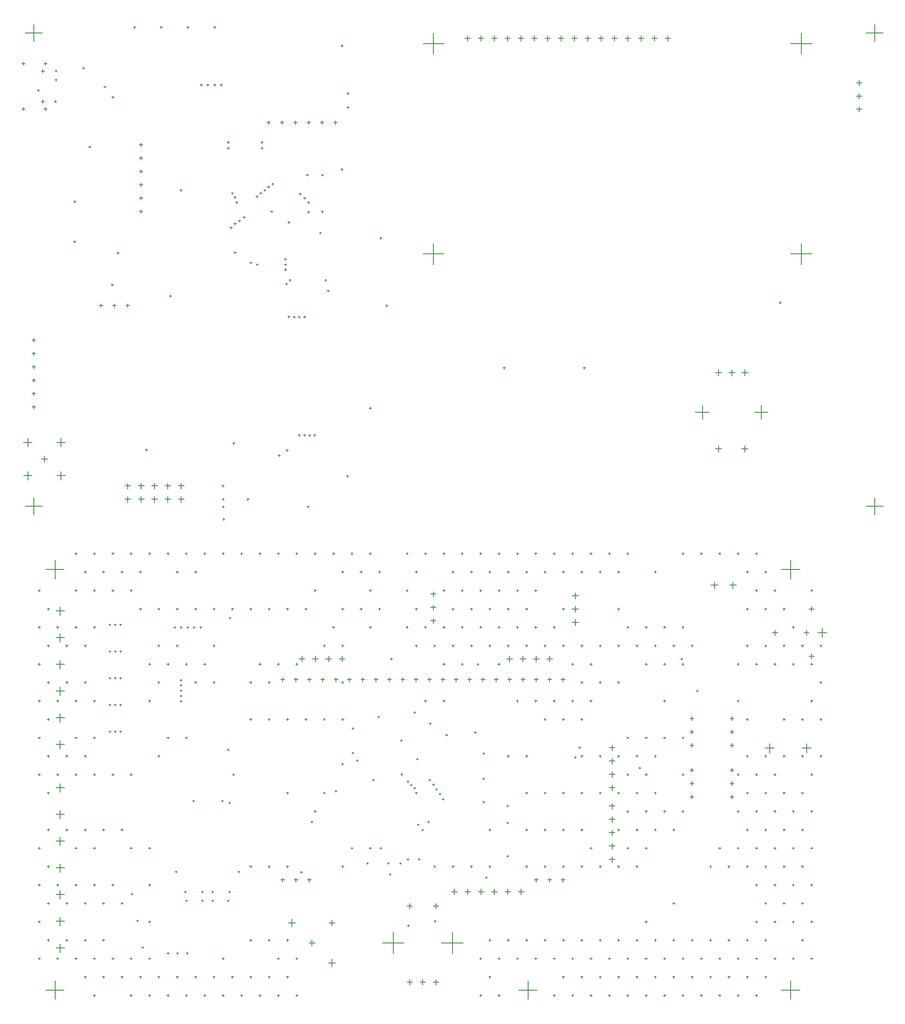
<source format=gbr>
%TF.GenerationSoftware,Altium Limited,Altium Designer,22.11.1 (43)*%
G04 Layer_Color=128*
%FSLAX43Y43*%
%MOMM*%
%TF.SameCoordinates,25A6F12C-B93B-4C7C-9F5B-633324915364*%
%TF.FilePolarity,Positive*%
%TF.FileFunction,Drillmap*%
%TF.Part,CustomerPanel*%
G01*
G75*
%TA.AperFunction,NonConductor*%
%ADD115C,0.127*%
D115*
X24430Y142180D02*
X25130D01*
X24780Y141830D02*
Y142530D01*
X26970Y142180D02*
X27670D01*
X27320Y141830D02*
Y142530D01*
X29510Y142180D02*
X30210D01*
X29860Y141830D02*
Y142530D01*
X94020Y193000D02*
X95020D01*
X94520Y192500D02*
Y193500D01*
X96560Y193000D02*
X97560D01*
X97060Y192500D02*
Y193500D01*
X99100Y193000D02*
X100100D01*
X99600Y192500D02*
Y193500D01*
X101640Y193000D02*
X102640D01*
X102140Y192500D02*
Y193500D01*
X104180Y193000D02*
X105180D01*
X104680Y192500D02*
Y193500D01*
X106720Y193000D02*
X107720D01*
X107220Y192500D02*
Y193500D01*
X109260Y193000D02*
X110260D01*
X109760Y192500D02*
Y193500D01*
X111800Y193000D02*
X112800D01*
X112300Y192500D02*
Y193500D01*
X114340Y193000D02*
X115340D01*
X114840Y192500D02*
Y193500D01*
X116880Y193000D02*
X117880D01*
X117380Y192500D02*
Y193500D01*
X119420Y193000D02*
X120420D01*
X119920Y192500D02*
Y193500D01*
X121960Y193000D02*
X122960D01*
X122460Y192500D02*
Y193500D01*
X124500Y193000D02*
X125500D01*
X125000Y192500D02*
Y193500D01*
X127040Y193000D02*
X128040D01*
X127540Y192500D02*
Y193500D01*
X129580Y193000D02*
X130580D01*
X130080Y192500D02*
Y193500D01*
X132120Y193000D02*
X133120D01*
X132620Y192500D02*
Y193500D01*
X86020Y192000D02*
X90020D01*
X88020Y190000D02*
Y194000D01*
X86020Y152000D02*
X90020D01*
X88020Y150000D02*
Y154000D01*
X156020Y152000D02*
X160020D01*
X158020Y150000D02*
Y154000D01*
X156020Y192000D02*
X160020D01*
X158020Y190000D02*
Y194000D01*
X39470Y107890D02*
X40570D01*
X40020Y107340D02*
Y108440D01*
X39470Y105350D02*
X40570D01*
X40020Y104800D02*
Y105900D01*
X36930Y107890D02*
X38030D01*
X37480Y107340D02*
Y108440D01*
X36930Y105350D02*
X38030D01*
X37480Y104800D02*
Y105900D01*
X34390Y105350D02*
X35490D01*
X34940Y104800D02*
Y105900D01*
X34390Y107890D02*
X35490D01*
X34940Y107340D02*
Y108440D01*
X31850Y105350D02*
X32950D01*
X32400Y104800D02*
Y105900D01*
X31850Y107890D02*
X32950D01*
X32400Y107340D02*
Y108440D01*
X29310Y105350D02*
X30410D01*
X29860Y104800D02*
Y105900D01*
X29310Y107890D02*
X30410D01*
X29860Y107340D02*
Y108440D01*
X13380Y186755D02*
X13980D01*
X13680Y186455D02*
Y187055D01*
X13380Y180975D02*
X13980D01*
X13680Y180675D02*
Y181275D01*
X149090Y121920D02*
X151690D01*
X150390Y120620D02*
Y123220D01*
X137890Y121920D02*
X140490D01*
X139190Y120620D02*
Y123220D01*
X146690Y114920D02*
X147890D01*
X147290Y114320D02*
Y115520D01*
X141690Y114920D02*
X142890D01*
X142290Y114320D02*
Y115520D01*
X146690Y129420D02*
X147890D01*
X147290Y128820D02*
Y130020D01*
X144190Y129420D02*
X145390D01*
X144790Y128820D02*
Y130020D01*
X141690Y129420D02*
X142890D01*
X142290Y128820D02*
Y130020D01*
X168500Y184500D02*
X169500D01*
X169000Y184000D02*
Y185000D01*
X168500Y182000D02*
X169500D01*
X169000Y181500D02*
Y182500D01*
X168500Y179500D02*
X169500D01*
X169000Y179000D02*
Y180000D01*
X11650Y135620D02*
X12350D01*
X12000Y135270D02*
Y135970D01*
X11650Y133080D02*
X12350D01*
X12000Y132730D02*
Y133430D01*
X11650Y130540D02*
X12350D01*
X12000Y130190D02*
Y130890D01*
X11650Y128000D02*
X12350D01*
X12000Y127650D02*
Y128350D01*
X11650Y125460D02*
X12350D01*
X12000Y125110D02*
Y125810D01*
X11650Y122920D02*
X12350D01*
X12000Y122570D02*
Y123270D01*
X10050Y116150D02*
X11650D01*
X10850Y115350D02*
Y116950D01*
X10050Y109850D02*
X11650D01*
X10850Y109050D02*
Y110650D01*
X16350Y109850D02*
X17950D01*
X17150Y109050D02*
Y110650D01*
X16350Y116150D02*
X17950D01*
X17150Y115350D02*
Y116950D01*
X13400Y113000D02*
X14600D01*
X14000Y112400D02*
Y113600D01*
X32050Y160060D02*
X32750D01*
X32400Y159710D02*
Y160410D01*
X32050Y162600D02*
X32750D01*
X32400Y162250D02*
Y162950D01*
X32050Y165140D02*
X32750D01*
X32400Y164790D02*
Y165490D01*
X32050Y167680D02*
X32750D01*
X32400Y167330D02*
Y168030D01*
X32050Y170220D02*
X32750D01*
X32400Y169870D02*
Y170570D01*
X32050Y172760D02*
X32750D01*
X32400Y172410D02*
Y173110D01*
X69000Y177000D02*
X69700D01*
X69350Y176650D02*
Y177350D01*
X66460Y177000D02*
X67160D01*
X66810Y176650D02*
Y177350D01*
X63920Y177000D02*
X64620D01*
X64270Y176650D02*
Y177350D01*
X61380Y177000D02*
X62080D01*
X61730Y176650D02*
Y177350D01*
X58840Y177000D02*
X59540D01*
X59190Y176650D02*
Y177350D01*
X56300Y177000D02*
X57000D01*
X56650Y176650D02*
Y177350D01*
X13880Y179545D02*
X14480D01*
X14180Y179245D02*
Y179845D01*
X13880Y188185D02*
X14480D01*
X14180Y187885D02*
Y188485D01*
X9700Y179545D02*
X10300D01*
X10000Y179245D02*
Y179845D01*
X9700Y188185D02*
X10300D01*
X10000Y187885D02*
Y188485D01*
X153800Y142750D02*
X154200D01*
X154000Y142550D02*
Y142950D01*
X64070Y159945D02*
X64470D01*
X64270Y159745D02*
Y160145D01*
X66700Y160050D02*
X67100D01*
X66900Y159850D02*
Y160250D01*
X19517Y154320D02*
X19917D01*
X19717Y154120D02*
Y154520D01*
X19581Y161940D02*
X19981D01*
X19781Y161740D02*
Y162140D01*
X15890Y181000D02*
X16290D01*
X16090Y180800D02*
Y181200D01*
X50903Y158290D02*
X51303D01*
X51103Y158090D02*
Y158490D01*
X71570Y182540D02*
X71970D01*
X71770Y182340D02*
Y182740D01*
X65220Y117527D02*
X65620D01*
X65420Y117327D02*
Y117727D01*
X64261Y117491D02*
X64661D01*
X64461Y117291D02*
Y117691D01*
X54233Y162927D02*
X54633D01*
X54433Y162727D02*
Y163127D01*
X67800Y145000D02*
X68200D01*
X68000Y144800D02*
Y145200D01*
X62300Y139999D02*
X62700D01*
X62500Y139799D02*
Y140199D01*
X63300Y140016D02*
X63700D01*
X63500Y139816D02*
Y140216D01*
X59859Y146295D02*
X60259D01*
X60059Y146095D02*
Y146495D01*
X60300Y158000D02*
X60700D01*
X60500Y157800D02*
Y158200D01*
X57050Y160060D02*
X57450D01*
X57250Y159860D02*
Y160260D01*
X51800Y159000D02*
X52200D01*
X52000Y158800D02*
Y159200D01*
X50073Y157754D02*
X50473D01*
X50273Y157554D02*
Y157954D01*
X49300Y157000D02*
X49700D01*
X49500Y156800D02*
Y157200D01*
X50400Y161778D02*
X50800D01*
X50600Y161578D02*
Y161978D01*
X50073Y162747D02*
X50473D01*
X50273Y162547D02*
Y162947D01*
X49521Y163532D02*
X49921D01*
X49721Y163332D02*
Y163732D01*
X54941Y163575D02*
X55341D01*
X55141Y163375D02*
Y163775D01*
X56450Y164763D02*
X56850D01*
X56650Y164563D02*
Y164963D01*
X57246Y165300D02*
X57646D01*
X57446Y165100D02*
Y165500D01*
X55719Y164138D02*
X56119D01*
X55919Y163938D02*
Y164338D01*
X26800Y181801D02*
X27200D01*
X27000Y181601D02*
Y182001D01*
X25279Y183767D02*
X25679D01*
X25479Y183567D02*
Y183967D01*
X48800Y172100D02*
X49200D01*
X49000Y171900D02*
Y172300D01*
X48800Y173231D02*
X49200D01*
X49000Y173031D02*
Y173431D01*
X55195Y172100D02*
X55595D01*
X55395Y171900D02*
Y172300D01*
X55195Y173231D02*
X55595D01*
X55395Y173031D02*
Y173431D01*
X71570Y179889D02*
X71970D01*
X71770Y179689D02*
Y180089D01*
X64070Y161778D02*
X64470D01*
X64270Y161578D02*
Y161978D01*
X63300Y162600D02*
X63700D01*
X63500Y162400D02*
Y162800D01*
X62454Y163420D02*
X62854D01*
X62654Y163220D02*
Y163620D01*
X59970Y114670D02*
X60370D01*
X60170Y114470D02*
Y114870D01*
X75800Y122670D02*
X76200D01*
X76000Y122470D02*
Y122870D01*
X71470Y109760D02*
X71870D01*
X71670Y109560D02*
Y109960D01*
X63970Y103920D02*
X64370D01*
X64170Y103720D02*
Y104120D01*
X50073Y152285D02*
X50473D01*
X50273Y152085D02*
Y152485D01*
X54273Y150000D02*
X54673D01*
X54473Y149800D02*
Y150200D01*
X63800Y167000D02*
X64200D01*
X64000Y166800D02*
Y167200D01*
X77800Y155000D02*
X78200D01*
X78000Y154800D02*
Y155200D01*
X52520Y105350D02*
X52920D01*
X52720Y105150D02*
Y105550D01*
X47795Y107895D02*
X48195D01*
X47995Y107695D02*
Y108095D01*
X70430Y191580D02*
X70830D01*
X70630Y191380D02*
Y191780D01*
X58470Y113670D02*
X58870D01*
X58670Y113470D02*
Y113870D01*
X49800Y116019D02*
X50200D01*
X50000Y115819D02*
Y116219D01*
X39800Y164094D02*
X40200D01*
X40000Y163894D02*
Y164294D01*
X59671Y149000D02*
X60071D01*
X59871Y148800D02*
Y149200D01*
X66300Y156000D02*
X66700D01*
X66500Y155800D02*
Y156200D01*
X59671Y150000D02*
X60071D01*
X59871Y149800D02*
Y150200D01*
X59671Y151000D02*
X60071D01*
X59871Y150800D02*
Y151200D01*
X46208Y195102D02*
X46608D01*
X46408Y194902D02*
Y195302D01*
X67306Y147008D02*
X67706D01*
X67506Y146808D02*
Y147208D01*
X60539Y147000D02*
X60939D01*
X60739Y146800D02*
Y147200D01*
X53050Y150331D02*
X53450D01*
X53250Y150131D02*
Y150531D01*
X27800Y152152D02*
X28200D01*
X28000Y151952D02*
Y152352D01*
X26690Y146110D02*
X27090D01*
X26890Y145910D02*
Y146310D01*
X37800Y144000D02*
X38200D01*
X38000Y143800D02*
Y144200D01*
X60306Y140061D02*
X60706D01*
X60506Y139861D02*
Y140261D01*
X43630Y184130D02*
X44030D01*
X43830Y183930D02*
Y184330D01*
X44900Y184130D02*
X45300D01*
X45100Y183930D02*
Y184330D01*
X12642Y183091D02*
X13042D01*
X12842Y182891D02*
Y183291D01*
X16005Y186818D02*
X16405D01*
X16205Y186618D02*
Y187018D01*
X15999Y185091D02*
X16399D01*
X16199Y184891D02*
Y185291D01*
X21237Y187326D02*
X21637D01*
X21437Y187126D02*
Y187526D01*
X22400Y172340D02*
X22800D01*
X22600Y172140D02*
Y172540D01*
X47830Y105350D02*
X48230D01*
X48030Y105150D02*
Y105550D01*
X47830Y103920D02*
X48230D01*
X48030Y103720D02*
Y104120D01*
X47920Y101540D02*
X48320D01*
X48120Y101340D02*
Y101740D01*
X36010Y195102D02*
X36410D01*
X36210Y194902D02*
Y195302D01*
X61315Y139999D02*
X61715D01*
X61515Y139799D02*
Y140199D01*
X70430Y168088D02*
X70830D01*
X70630Y167888D02*
Y168288D01*
X46208Y184130D02*
X46608D01*
X46408Y183930D02*
Y184330D01*
X30930Y195102D02*
X31330D01*
X31130Y194902D02*
Y195302D01*
X41090Y195102D02*
X41490D01*
X41290Y194902D02*
Y195302D01*
X47440Y184130D02*
X47840D01*
X47640Y183930D02*
Y184330D01*
X101288Y130310D02*
X101688D01*
X101488Y130110D02*
Y130510D01*
X116528Y130310D02*
X116928D01*
X116728Y130110D02*
Y130510D01*
X62300Y117527D02*
X62700D01*
X62500Y117327D02*
Y117727D01*
X66700Y167000D02*
X67100D01*
X66900Y166800D02*
Y167200D01*
X63300Y117527D02*
X63700D01*
X63500Y117327D02*
Y117727D01*
X78936Y142180D02*
X79336D01*
X79136Y141980D02*
Y142380D01*
X33216Y114748D02*
X33616D01*
X33416Y114548D02*
Y114948D01*
X170400Y104000D02*
X173600D01*
X172000Y102400D02*
Y105600D01*
X10400Y104000D02*
X13600D01*
X12000Y102400D02*
Y105600D01*
X10400Y194000D02*
X13600D01*
X12000Y192400D02*
Y195600D01*
X170400Y194000D02*
X173600D01*
X172000Y192400D02*
Y195600D01*
X78350Y21000D02*
X82450D01*
X80400Y18950D02*
Y23050D01*
X89550Y21000D02*
X93650D01*
X91600Y18950D02*
Y23050D01*
X83000Y13500D02*
X84000D01*
X83500Y13000D02*
Y14000D01*
X85500Y13500D02*
X86500D01*
X86000Y13000D02*
Y14000D01*
X88000Y13500D02*
X89000D01*
X88500Y13000D02*
Y14000D01*
X83000Y28000D02*
X84000D01*
X83500Y27500D02*
Y28500D01*
X88000Y28000D02*
X89000D01*
X88500Y27500D02*
Y28500D01*
X58940Y32950D02*
X59720D01*
X59330Y32560D02*
Y33340D01*
X64020Y32950D02*
X64800D01*
X64410Y32560D02*
Y33340D01*
X61480Y32950D02*
X62260D01*
X61870Y32560D02*
Y33340D01*
X71640Y71050D02*
X72420D01*
X72030Y70660D02*
Y71440D01*
X81800Y71050D02*
X82580D01*
X82190Y70660D02*
Y71440D01*
X79260Y71050D02*
X80040D01*
X79650Y70660D02*
Y71440D01*
X76720Y71050D02*
X77500D01*
X77110Y70660D02*
Y71440D01*
X74180Y71050D02*
X74960D01*
X74570Y70660D02*
Y71440D01*
X69100Y71050D02*
X69880D01*
X69490Y70660D02*
Y71440D01*
X66560Y71050D02*
X67340D01*
X66950Y70660D02*
Y71440D01*
X64020Y71050D02*
X64800D01*
X64410Y70660D02*
Y71440D01*
X61480Y71050D02*
X62260D01*
X61870Y70660D02*
Y71440D01*
X58940Y71050D02*
X59720D01*
X59330Y70660D02*
Y71440D01*
X112280Y32950D02*
X113060D01*
X112670Y32560D02*
Y33340D01*
X109740Y32950D02*
X110520D01*
X110130Y32560D02*
Y33340D01*
X107200Y32950D02*
X107980D01*
X107590Y32560D02*
Y33340D01*
X84340Y71050D02*
X85120D01*
X84730Y70660D02*
Y71440D01*
X112280Y71050D02*
X113060D01*
X112670Y70660D02*
Y71440D01*
X99580Y71050D02*
X100360D01*
X99970Y70660D02*
Y71440D01*
X94500Y71050D02*
X95280D01*
X94890Y70660D02*
Y71440D01*
X91960Y71050D02*
X92740D01*
X92350Y70660D02*
Y71440D01*
X89420Y71050D02*
X90200D01*
X89810Y70660D02*
Y71440D01*
X86880Y71050D02*
X87660D01*
X87270Y70660D02*
Y71440D01*
X102120Y71050D02*
X102900D01*
X102510Y70660D02*
Y71440D01*
X104660Y71050D02*
X105440D01*
X105050Y70660D02*
Y71440D01*
X107200Y71050D02*
X107980D01*
X107590Y70660D02*
Y71440D01*
X97040Y71050D02*
X97820D01*
X97430Y70660D02*
Y71440D01*
X109740Y71050D02*
X110520D01*
X110130Y70660D02*
Y71440D01*
X136815Y63640D02*
X137565D01*
X137190Y63265D02*
Y64015D01*
X136815Y61100D02*
X137565D01*
X137190Y60725D02*
Y61475D01*
X136815Y58560D02*
X137565D01*
X137190Y58185D02*
Y58935D01*
X144435Y58560D02*
X145185D01*
X144810Y58185D02*
Y58935D01*
X144435Y61100D02*
X145185D01*
X144810Y60725D02*
Y61475D01*
X144435Y63640D02*
X145185D01*
X144810Y63265D02*
Y64015D01*
X158150Y58000D02*
X159850D01*
X159000Y57150D02*
Y58850D01*
X151150Y58000D02*
X152850D01*
X152000Y57150D02*
Y58850D01*
X159500Y75500D02*
X160500D01*
X160000Y75000D02*
Y76000D01*
X161150Y80000D02*
X162850D01*
X162000Y79150D02*
Y80850D01*
X152500Y80000D02*
X153500D01*
X153000Y79500D02*
Y80500D01*
X158500Y80000D02*
X159500D01*
X159000Y79500D02*
Y80500D01*
X159500Y84500D02*
X160500D01*
X160000Y84000D02*
Y85000D01*
X16200Y20000D02*
X17800D01*
X17000Y19200D02*
Y20800D01*
X16200Y25080D02*
X17800D01*
X17000Y24280D02*
Y25880D01*
X16200Y35240D02*
X17800D01*
X17000Y34440D02*
Y36040D01*
X16200Y45400D02*
X17800D01*
X17000Y44600D02*
Y46200D01*
X16200Y50480D02*
X17800D01*
X17000Y49680D02*
Y51280D01*
X16200Y40320D02*
X17800D01*
X17000Y39520D02*
Y41120D01*
X16200Y30160D02*
X17800D01*
X17000Y29360D02*
Y30960D01*
X67530Y75000D02*
X68630D01*
X68080Y74450D02*
Y75550D01*
X70070Y75000D02*
X71170D01*
X70620Y74450D02*
Y75550D01*
X64990Y75000D02*
X66090D01*
X65540Y74450D02*
Y75550D01*
X62450Y75000D02*
X63550D01*
X63000Y74450D02*
Y75550D01*
X107040Y75000D02*
X108140D01*
X107590Y74450D02*
Y75550D01*
X109580Y75000D02*
X110680D01*
X110130Y74450D02*
Y75550D01*
X104500Y75000D02*
X105600D01*
X105050Y74450D02*
Y75550D01*
X101960Y75000D02*
X103060D01*
X102510Y74450D02*
Y75550D01*
X87500Y87300D02*
X88500D01*
X88000Y86800D02*
Y87800D01*
X87500Y84760D02*
X88500D01*
X88000Y84260D02*
Y85260D01*
X87500Y82220D02*
X88500D01*
X88000Y81720D02*
Y82720D01*
X104250Y12000D02*
X107750D01*
X106000Y10250D02*
Y13750D01*
X136815Y53840D02*
X137565D01*
X137190Y53465D02*
Y54215D01*
X136815Y51300D02*
X137565D01*
X137190Y50925D02*
Y51675D01*
X136815Y48760D02*
X137565D01*
X137190Y48385D02*
Y49135D01*
X144435Y48760D02*
X145185D01*
X144810Y48385D02*
Y49135D01*
X144435Y51300D02*
X145185D01*
X144810Y50925D02*
Y51675D01*
X144435Y53840D02*
X145185D01*
X144810Y53465D02*
Y54215D01*
X64350Y21000D02*
X65450D01*
X64900Y20450D02*
Y21550D01*
X68160Y24810D02*
X69260D01*
X68710Y24260D02*
Y25360D01*
X60390Y24810D02*
X61790D01*
X61090Y24110D02*
Y25510D01*
X68010Y17190D02*
X69410D01*
X68710Y16490D02*
Y17890D01*
X91450Y30700D02*
X92550D01*
X92000Y30150D02*
Y31250D01*
X93990Y30700D02*
X95090D01*
X94540Y30150D02*
Y31250D01*
X99070Y30700D02*
X100170D01*
X99620Y30150D02*
Y31250D01*
X104150Y30700D02*
X105250D01*
X104700Y30150D02*
Y31250D01*
X101610Y30700D02*
X102710D01*
X102160Y30150D02*
Y31250D01*
X96530Y30700D02*
X97630D01*
X97080Y30150D02*
Y31250D01*
X16200Y58700D02*
X17800D01*
X17000Y57900D02*
Y59500D01*
X16200Y63780D02*
X17800D01*
X17000Y62980D02*
Y64580D01*
X16200Y73940D02*
X17800D01*
X17000Y73140D02*
Y74740D01*
X16200Y84100D02*
X17800D01*
X17000Y83300D02*
Y84900D01*
X16200Y79020D02*
X17800D01*
X17000Y78220D02*
Y79820D01*
X16200Y68860D02*
X17800D01*
X17000Y68060D02*
Y69660D01*
X14250Y92000D02*
X17750D01*
X16000Y90250D02*
Y93750D01*
X114400Y81920D02*
X115600D01*
X115000Y81320D02*
Y82520D01*
X114400Y84460D02*
X115600D01*
X115000Y83860D02*
Y85060D01*
X114400Y87000D02*
X115600D01*
X115000Y86400D02*
Y87600D01*
X140850Y89000D02*
X142150D01*
X141500Y88350D02*
Y89650D01*
X144350Y89000D02*
X145650D01*
X145000Y88350D02*
Y89650D01*
X154250Y92000D02*
X157750D01*
X156000Y90250D02*
Y93750D01*
X14250Y12000D02*
X17750D01*
X16000Y10250D02*
Y13750D01*
X154250Y12000D02*
X157750D01*
X156000Y10250D02*
Y13750D01*
X121450Y41920D02*
X122550D01*
X122000Y41370D02*
Y42470D01*
X121450Y36840D02*
X122550D01*
X122000Y36290D02*
Y37390D01*
X121450Y39380D02*
X122550D01*
X122000Y38830D02*
Y39930D01*
X121450Y44460D02*
X122550D01*
X122000Y43910D02*
Y45010D01*
X121450Y47000D02*
X122550D01*
X122000Y46450D02*
Y47550D01*
X121450Y58120D02*
X122550D01*
X122000Y57570D02*
Y58670D01*
X121450Y55580D02*
X122550D01*
X122000Y55030D02*
Y56130D01*
X121450Y50500D02*
X122550D01*
X122000Y49950D02*
Y51050D01*
X121450Y53040D02*
X122550D01*
X122000Y52490D02*
Y53590D01*
X97400Y47761D02*
X97800D01*
X97600Y47561D02*
Y47961D01*
X149300Y95000D02*
X149700D01*
X149500Y94800D02*
Y95200D01*
X151050Y91500D02*
X151450D01*
X151250Y91300D02*
Y91700D01*
X145800Y95000D02*
X146200D01*
X146000Y94800D02*
Y95200D01*
X147550Y91500D02*
X147950D01*
X147750Y91300D02*
Y91700D01*
X142300Y95000D02*
X142700D01*
X142500Y94800D02*
Y95200D01*
X138800Y95000D02*
X139200D01*
X139000Y94800D02*
Y95200D01*
X135300Y95000D02*
X135700D01*
X135500Y94800D02*
Y95200D01*
X135300Y81000D02*
X135700D01*
X135500Y80800D02*
Y81200D01*
X137050Y77500D02*
X137450D01*
X137250Y77300D02*
Y77700D01*
X135300Y74000D02*
X135700D01*
X135500Y73800D02*
Y74200D01*
X135300Y60000D02*
X135700D01*
X135500Y59800D02*
Y60200D01*
X135300Y53000D02*
X135700D01*
X135500Y52800D02*
Y53200D01*
X135300Y46000D02*
X135700D01*
X135500Y45800D02*
Y46200D01*
X131800Y81000D02*
X132200D01*
X132000Y80800D02*
Y81200D01*
X133550Y77500D02*
X133950D01*
X133750Y77300D02*
Y77700D01*
X131800Y74000D02*
X132200D01*
X132000Y73800D02*
Y74200D01*
X131800Y67000D02*
X132200D01*
X132000Y66800D02*
Y67200D01*
X131800Y60000D02*
X132200D01*
X132000Y59800D02*
Y60200D01*
X131800Y46000D02*
X132200D01*
X132000Y45800D02*
Y46200D01*
X133550Y42500D02*
X133950D01*
X133750Y42300D02*
Y42700D01*
X130050Y91500D02*
X130450D01*
X130250Y91300D02*
Y91700D01*
X128300Y81000D02*
X128700D01*
X128500Y80800D02*
Y81200D01*
X130050Y77500D02*
X130450D01*
X130250Y77300D02*
Y77700D01*
X128300Y74000D02*
X128700D01*
X128500Y73800D02*
Y74200D01*
X128300Y60000D02*
X128700D01*
X128500Y59800D02*
Y60200D01*
X130050Y56500D02*
X130450D01*
X130250Y56300D02*
Y56700D01*
X128300Y53000D02*
X128700D01*
X128500Y52800D02*
Y53200D01*
X130050Y49500D02*
X130450D01*
X130250Y49300D02*
Y49700D01*
X128300Y46000D02*
X128700D01*
X128500Y45800D02*
Y46200D01*
X130050Y42500D02*
X130450D01*
X130250Y42300D02*
Y42700D01*
X128300Y39000D02*
X128700D01*
X128500Y38800D02*
Y39200D01*
X124800Y95000D02*
X125200D01*
X125000Y94800D02*
Y95200D01*
X124800Y81000D02*
X125200D01*
X125000Y80800D02*
Y81200D01*
X126550Y77500D02*
X126950D01*
X126750Y77300D02*
Y77700D01*
X124800Y60000D02*
X125200D01*
X125000Y59800D02*
Y60200D01*
X126550Y56500D02*
X126950D01*
X126750Y56300D02*
Y56700D01*
X124800Y53000D02*
X125200D01*
X125000Y52800D02*
Y53200D01*
X126550Y49500D02*
X126950D01*
X126750Y49300D02*
Y49700D01*
X124800Y46000D02*
X125200D01*
X125000Y45800D02*
Y46200D01*
X126550Y42500D02*
X126950D01*
X126750Y42300D02*
Y42700D01*
X124800Y39000D02*
X125200D01*
X125000Y38800D02*
Y39200D01*
X126550Y35500D02*
X126950D01*
X126750Y35300D02*
Y35700D01*
X121300Y95000D02*
X121700D01*
X121500Y94800D02*
Y95200D01*
X123050Y91500D02*
X123450D01*
X123250Y91300D02*
Y91700D01*
X123050Y84500D02*
X123450D01*
X123250Y84300D02*
Y84700D01*
X123050Y77500D02*
X123450D01*
X123250Y77300D02*
Y77700D01*
X123050Y70500D02*
X123450D01*
X123250Y70300D02*
Y70700D01*
X123050Y56500D02*
X123450D01*
X123250Y56300D02*
Y56700D01*
X123050Y49500D02*
X123450D01*
X123250Y49300D02*
Y49700D01*
X123050Y42500D02*
X123450D01*
X123250Y42300D02*
Y42700D01*
X123050Y35500D02*
X123450D01*
X123250Y35300D02*
Y35700D01*
X117800Y95000D02*
X118200D01*
X118000Y94800D02*
Y95200D01*
X119550Y91500D02*
X119950D01*
X119750Y91300D02*
Y91700D01*
X119550Y77500D02*
X119950D01*
X119750Y77300D02*
Y77700D01*
X117800Y74000D02*
X118200D01*
X118000Y73800D02*
Y74200D01*
X119550Y70500D02*
X119950D01*
X119750Y70300D02*
Y70700D01*
X117800Y67000D02*
X118200D01*
X118000Y66800D02*
Y67200D01*
X119550Y56500D02*
X119950D01*
X119750Y56300D02*
Y56700D01*
X119550Y49500D02*
X119950D01*
X119750Y49300D02*
Y49700D01*
X117800Y39000D02*
X118200D01*
X118000Y38800D02*
Y39200D01*
X119550Y35500D02*
X119950D01*
X119750Y35300D02*
Y35700D01*
X114300Y95000D02*
X114700D01*
X114500Y94800D02*
Y95200D01*
X116050Y91500D02*
X116450D01*
X116250Y91300D02*
Y91700D01*
X116050Y77500D02*
X116450D01*
X116250Y77300D02*
Y77700D01*
X114300Y74000D02*
X114700D01*
X114500Y73800D02*
Y74200D01*
X116050Y70500D02*
X116450D01*
X116250Y70300D02*
Y70700D01*
X114300Y67000D02*
X114700D01*
X114500Y66800D02*
Y67200D01*
X116050Y63500D02*
X116450D01*
X116250Y63300D02*
Y63700D01*
X116050Y56500D02*
X116450D01*
X116250Y56300D02*
Y56700D01*
X116050Y49500D02*
X116450D01*
X116250Y49300D02*
Y49700D01*
X116050Y42500D02*
X116450D01*
X116250Y42300D02*
Y42700D01*
X116050Y35500D02*
X116450D01*
X116250Y35300D02*
Y35700D01*
X110800Y95000D02*
X111200D01*
X111000Y94800D02*
Y95200D01*
X112550Y91500D02*
X112950D01*
X112750Y91300D02*
Y91700D01*
X112550Y84500D02*
X112950D01*
X112750Y84300D02*
Y84700D01*
X110800Y81000D02*
X111200D01*
X111000Y80800D02*
Y81200D01*
X112550Y77500D02*
X112950D01*
X112750Y77300D02*
Y77700D01*
X110800Y67000D02*
X111200D01*
X111000Y66800D02*
Y67200D01*
X112550Y63500D02*
X112950D01*
X112750Y63300D02*
Y63700D01*
X112550Y49500D02*
X112950D01*
X112750Y49300D02*
Y49700D01*
X112550Y42500D02*
X112950D01*
X112750Y42300D02*
Y42700D01*
X112550Y35500D02*
X112950D01*
X112750Y35300D02*
Y35700D01*
X107300Y95000D02*
X107700D01*
X107500Y94800D02*
Y95200D01*
X109050Y91500D02*
X109450D01*
X109250Y91300D02*
Y91700D01*
X107300Y88000D02*
X107700D01*
X107500Y87800D02*
Y88200D01*
X107300Y81000D02*
X107700D01*
X107500Y80800D02*
Y81200D01*
X109050Y77500D02*
X109450D01*
X109250Y77300D02*
Y77700D01*
X107300Y67000D02*
X107700D01*
X107500Y66800D02*
Y67200D01*
X109050Y63500D02*
X109450D01*
X109250Y63300D02*
Y63700D01*
X109050Y49500D02*
X109450D01*
X109250Y49300D02*
Y49700D01*
X109050Y42500D02*
X109450D01*
X109250Y42300D02*
Y42700D01*
X109050Y35500D02*
X109450D01*
X109250Y35300D02*
Y35700D01*
X103800Y95000D02*
X104200D01*
X104000Y94800D02*
Y95200D01*
X105550Y91500D02*
X105950D01*
X105750Y91300D02*
Y91700D01*
X103800Y88000D02*
X104200D01*
X104000Y87800D02*
Y88200D01*
X105550Y84500D02*
X105950D01*
X105750Y84300D02*
Y84700D01*
X103800Y81000D02*
X104200D01*
X104000Y80800D02*
Y81200D01*
X105550Y77500D02*
X105950D01*
X105750Y77300D02*
Y77700D01*
X103800Y67000D02*
X104200D01*
X104000Y66800D02*
Y67200D01*
X105550Y56500D02*
X105950D01*
X105750Y56300D02*
Y56700D01*
X105550Y49500D02*
X105950D01*
X105750Y49300D02*
Y49700D01*
X105550Y42500D02*
X105950D01*
X105750Y42300D02*
Y42700D01*
X105550Y35500D02*
X105950D01*
X105750Y35300D02*
Y35700D01*
X100300Y95000D02*
X100700D01*
X100500Y94800D02*
Y95200D01*
X102050Y91500D02*
X102450D01*
X102250Y91300D02*
Y91700D01*
X100300Y88000D02*
X100700D01*
X100500Y87800D02*
Y88200D01*
X102050Y84500D02*
X102450D01*
X102250Y84300D02*
Y84700D01*
X100300Y81000D02*
X100700D01*
X100500Y80800D02*
Y81200D01*
X102050Y77500D02*
X102450D01*
X102250Y77300D02*
Y77700D01*
X100300Y74000D02*
X100700D01*
X100500Y73800D02*
Y74200D01*
X102050Y56500D02*
X102450D01*
X102250Y56300D02*
Y56700D01*
X96800Y95000D02*
X97200D01*
X97000Y94800D02*
Y95200D01*
X98550Y91500D02*
X98950D01*
X98750Y91300D02*
Y91700D01*
X96800Y88000D02*
X97200D01*
X97000Y87800D02*
Y88200D01*
X98550Y84500D02*
X98950D01*
X98750Y84300D02*
Y84700D01*
X96800Y81000D02*
X97200D01*
X97000Y80800D02*
Y81200D01*
X98550Y77500D02*
X98950D01*
X98750Y77300D02*
Y77700D01*
X98550Y42500D02*
X98950D01*
X98750Y42300D02*
Y42700D01*
X98550Y35500D02*
X98950D01*
X98750Y35300D02*
Y35700D01*
X93300Y95000D02*
X93700D01*
X93500Y94800D02*
Y95200D01*
X95050Y91500D02*
X95450D01*
X95250Y91300D02*
Y91700D01*
X93300Y88000D02*
X93700D01*
X93500Y87800D02*
Y88200D01*
X95050Y84500D02*
X95450D01*
X95250Y84300D02*
Y84700D01*
X93300Y81000D02*
X93700D01*
X93500Y80800D02*
Y81200D01*
X95050Y77500D02*
X95450D01*
X95250Y77300D02*
Y77700D01*
X93300Y74000D02*
X93700D01*
X93500Y73800D02*
Y74200D01*
X95050Y35500D02*
X95450D01*
X95250Y35300D02*
Y35700D01*
X89800Y95000D02*
X90200D01*
X90000Y94800D02*
Y95200D01*
X91550Y91500D02*
X91950D01*
X91750Y91300D02*
Y91700D01*
X89800Y88000D02*
X90200D01*
X90000Y87800D02*
Y88200D01*
X91550Y84500D02*
X91950D01*
X91750Y84300D02*
Y84700D01*
X89800Y81000D02*
X90200D01*
X90000Y80800D02*
Y81200D01*
X91550Y77500D02*
X91950D01*
X91750Y77300D02*
Y77700D01*
X89800Y74000D02*
X90200D01*
X90000Y73800D02*
Y74200D01*
X89800Y67000D02*
X90200D01*
X90000Y66800D02*
Y67200D01*
X91550Y35500D02*
X91950D01*
X91750Y35300D02*
Y35700D01*
X86300Y95000D02*
X86700D01*
X86500Y94800D02*
Y95200D01*
X86300Y81000D02*
X86700D01*
X86500Y80800D02*
Y81200D01*
X88050Y77500D02*
X88450D01*
X88250Y77300D02*
Y77700D01*
X86300Y67000D02*
X86700D01*
X86500Y66800D02*
Y67200D01*
X88050Y35500D02*
X88450D01*
X88250Y35300D02*
Y35700D01*
X82800Y95000D02*
X83200D01*
X83000Y94800D02*
Y95200D01*
X84550Y91500D02*
X84950D01*
X84750Y91300D02*
Y91700D01*
X82800Y88000D02*
X83200D01*
X83000Y87800D02*
Y88200D01*
X84550Y84500D02*
X84950D01*
X84750Y84300D02*
Y84700D01*
X82800Y81000D02*
X83200D01*
X83000Y80800D02*
Y81200D01*
X84550Y77500D02*
X84950D01*
X84750Y77300D02*
Y77700D01*
X84550Y49500D02*
X84950D01*
X84750Y49300D02*
Y49700D01*
X75800Y95000D02*
X76200D01*
X76000Y94800D02*
Y95200D01*
X77550Y91500D02*
X77950D01*
X77750Y91300D02*
Y91700D01*
X75800Y88000D02*
X76200D01*
X76000Y87800D02*
Y88200D01*
X77550Y84500D02*
X77950D01*
X77750Y84300D02*
Y84700D01*
X75800Y81000D02*
X76200D01*
X76000Y80800D02*
Y81200D01*
X75800Y39000D02*
X76200D01*
X76000Y38800D02*
Y39200D01*
X72300Y95000D02*
X72700D01*
X72500Y94800D02*
Y95200D01*
X74050Y91500D02*
X74450D01*
X74250Y91300D02*
Y91700D01*
X74050Y84500D02*
X74450D01*
X74250Y84300D02*
Y84700D01*
X72300Y39000D02*
X72700D01*
X72500Y38800D02*
Y39200D01*
X68800Y95000D02*
X69200D01*
X69000Y94800D02*
Y95200D01*
X70550Y91500D02*
X70950D01*
X70750Y91300D02*
Y91700D01*
X70550Y84500D02*
X70950D01*
X70750Y84300D02*
Y84700D01*
X68800Y81000D02*
X69200D01*
X69000Y80800D02*
Y81200D01*
X70550Y77500D02*
X70950D01*
X70750Y77300D02*
Y77700D01*
X70550Y70500D02*
X70950D01*
X70750Y70300D02*
Y70700D01*
X70550Y63500D02*
X70950D01*
X70750Y63300D02*
Y63700D01*
X70550Y35500D02*
X70950D01*
X70750Y35300D02*
Y35700D01*
X65300Y95000D02*
X65700D01*
X65500Y94800D02*
Y95200D01*
X65300Y88000D02*
X65700D01*
X65500Y87800D02*
Y88200D01*
X67050Y77500D02*
X67450D01*
X67250Y77300D02*
Y77700D01*
X67050Y63500D02*
X67450D01*
X67250Y63300D02*
Y63700D01*
X67050Y49500D02*
X67450D01*
X67250Y49300D02*
Y49700D01*
X65300Y46000D02*
X65700D01*
X65500Y45800D02*
Y46200D01*
X61800Y95000D02*
X62200D01*
X62000Y94800D02*
Y95200D01*
X63550Y84500D02*
X63950D01*
X63750Y84300D02*
Y84700D01*
X61800Y74000D02*
X62200D01*
X62000Y73800D02*
Y74200D01*
X63550Y63500D02*
X63950D01*
X63750Y63300D02*
Y63700D01*
X58300Y95000D02*
X58700D01*
X58500Y94800D02*
Y95200D01*
X60050Y84500D02*
X60450D01*
X60250Y84300D02*
Y84700D01*
X58300Y74000D02*
X58700D01*
X58500Y73800D02*
Y74200D01*
X60050Y63500D02*
X60450D01*
X60250Y63300D02*
Y63700D01*
X60050Y49500D02*
X60450D01*
X60250Y49300D02*
Y49700D01*
X54800Y95000D02*
X55200D01*
X55000Y94800D02*
Y95200D01*
X56550Y84500D02*
X56950D01*
X56750Y84300D02*
Y84700D01*
X54800Y74000D02*
X55200D01*
X55000Y73800D02*
Y74200D01*
X56550Y70500D02*
X56950D01*
X56750Y70300D02*
Y70700D01*
X56550Y63500D02*
X56950D01*
X56750Y63300D02*
Y63700D01*
X51300Y95000D02*
X51700D01*
X51500Y94800D02*
Y95200D01*
X53050Y84500D02*
X53450D01*
X53250Y84300D02*
Y84700D01*
X53050Y70500D02*
X53450D01*
X53250Y70300D02*
Y70700D01*
X53050Y63500D02*
X53450D01*
X53250Y63300D02*
Y63700D01*
X47800Y95000D02*
X48200D01*
X48000Y94800D02*
Y95200D01*
X49550Y84500D02*
X49950D01*
X49750Y84300D02*
Y84700D01*
X44300Y95000D02*
X44700D01*
X44500Y94800D02*
Y95200D01*
X46050Y84500D02*
X46450D01*
X46250Y84300D02*
Y84700D01*
X46050Y77500D02*
X46450D01*
X46250Y77300D02*
Y77700D01*
X44300Y74000D02*
X44700D01*
X44500Y73800D02*
Y74200D01*
X46050Y70500D02*
X46450D01*
X46250Y70300D02*
Y70700D01*
X40800Y95000D02*
X41200D01*
X41000Y94800D02*
Y95200D01*
X42550Y91500D02*
X42950D01*
X42750Y91300D02*
Y91700D01*
X42550Y84500D02*
X42950D01*
X42750Y84300D02*
Y84700D01*
X40800Y74000D02*
X41200D01*
X41000Y73800D02*
Y74200D01*
X42550Y70500D02*
X42950D01*
X42750Y70300D02*
Y70700D01*
X40800Y60000D02*
X41200D01*
X41000Y59800D02*
Y60200D01*
X37300Y95000D02*
X37700D01*
X37500Y94800D02*
Y95200D01*
X39050Y91500D02*
X39450D01*
X39250Y91300D02*
Y91700D01*
X39050Y84500D02*
X39450D01*
X39250Y84300D02*
Y84700D01*
X39050Y77500D02*
X39450D01*
X39250Y77300D02*
Y77700D01*
X37300Y74000D02*
X37700D01*
X37500Y73800D02*
Y74200D01*
X37300Y60000D02*
X37700D01*
X37500Y59800D02*
Y60200D01*
X33800Y95000D02*
X34200D01*
X34000Y94800D02*
Y95200D01*
X35550Y84500D02*
X35950D01*
X35750Y84300D02*
Y84700D01*
X35550Y77500D02*
X35950D01*
X35750Y77300D02*
Y77700D01*
X33800Y74000D02*
X34200D01*
X34000Y73800D02*
Y74200D01*
X35550Y70500D02*
X35950D01*
X35750Y70300D02*
Y70700D01*
X33800Y67000D02*
X34200D01*
X34000Y66800D02*
Y67200D01*
X35550Y56500D02*
X35950D01*
X35750Y56300D02*
Y56700D01*
X30300Y95000D02*
X30700D01*
X30500Y94800D02*
Y95200D01*
X32050Y91500D02*
X32450D01*
X32250Y91300D02*
Y91700D01*
X30300Y88000D02*
X30700D01*
X30500Y87800D02*
Y88200D01*
X32050Y84500D02*
X32450D01*
X32250Y84300D02*
Y84700D01*
X30300Y53000D02*
X30700D01*
X30500Y52800D02*
Y53200D01*
X26800Y95000D02*
X27200D01*
X27000Y94800D02*
Y95200D01*
X28550Y91500D02*
X28950D01*
X28750Y91300D02*
Y91700D01*
X26800Y88000D02*
X27200D01*
X27000Y87800D02*
Y88200D01*
X26800Y53000D02*
X27200D01*
X27000Y52800D02*
Y53200D01*
X23300Y95000D02*
X23700D01*
X23500Y94800D02*
Y95200D01*
X25050Y91500D02*
X25450D01*
X25250Y91300D02*
Y91700D01*
X23300Y88000D02*
X23700D01*
X23500Y87800D02*
Y88200D01*
X23300Y81000D02*
X23700D01*
X23500Y80800D02*
Y81200D01*
X23300Y67000D02*
X23700D01*
X23500Y66800D02*
Y67200D01*
X23300Y60000D02*
X23700D01*
X23500Y59800D02*
Y60200D01*
X23300Y53000D02*
X23700D01*
X23500Y52800D02*
Y53200D01*
X19800Y95000D02*
X20200D01*
X20000Y94800D02*
Y95200D01*
X21550Y91500D02*
X21950D01*
X21750Y91300D02*
Y91700D01*
X19800Y88000D02*
X20200D01*
X20000Y87800D02*
Y88200D01*
X19800Y81000D02*
X20200D01*
X20000Y80800D02*
Y81200D01*
X21550Y77500D02*
X21950D01*
X21750Y77300D02*
Y77700D01*
X21550Y70500D02*
X21950D01*
X21750Y70300D02*
Y70700D01*
X19800Y67000D02*
X20200D01*
X20000Y66800D02*
Y67200D01*
X19800Y60000D02*
X20200D01*
X20000Y59800D02*
Y60200D01*
X21550Y56500D02*
X21950D01*
X21750Y56300D02*
Y56700D01*
X19800Y53000D02*
X20200D01*
X20000Y52800D02*
Y53200D01*
X16300Y81000D02*
X16700D01*
X16500Y80800D02*
Y81200D01*
X18050Y77500D02*
X18450D01*
X18250Y77300D02*
Y77700D01*
X18050Y70500D02*
X18450D01*
X18250Y70300D02*
Y70700D01*
X16300Y67000D02*
X16700D01*
X16500Y66800D02*
Y67200D01*
X18050Y56500D02*
X18450D01*
X18250Y56300D02*
Y56700D01*
X16300Y53000D02*
X16700D01*
X16500Y52800D02*
Y53200D01*
X12800Y88000D02*
X13200D01*
X13000Y87800D02*
Y88200D01*
X14550Y84500D02*
X14950D01*
X14750Y84300D02*
Y84700D01*
X12800Y81000D02*
X13200D01*
X13000Y80800D02*
Y81200D01*
X14550Y77500D02*
X14950D01*
X14750Y77300D02*
Y77700D01*
X12800Y74000D02*
X13200D01*
X13000Y73800D02*
Y74200D01*
X14550Y70500D02*
X14950D01*
X14750Y70300D02*
Y70700D01*
X12800Y67000D02*
X13200D01*
X13000Y66800D02*
Y67200D01*
X14550Y63500D02*
X14950D01*
X14750Y63300D02*
Y63700D01*
X12800Y60000D02*
X13200D01*
X13000Y59800D02*
Y60200D01*
X14550Y56500D02*
X14950D01*
X14750Y56300D02*
Y56700D01*
X12800Y53000D02*
X13200D01*
X13000Y52800D02*
Y53200D01*
X14550Y49500D02*
X14950D01*
X14750Y49300D02*
Y49700D01*
X84741Y55911D02*
X85091D01*
X84916Y55736D02*
Y56086D01*
X69315Y49800D02*
X69665D01*
X69490Y49625D02*
Y49975D01*
X70573Y55000D02*
X70923D01*
X70748Y54825D02*
Y55175D01*
X101985Y47000D02*
X102335D01*
X102160Y46825D02*
Y47175D01*
X101985Y43824D02*
X102335D01*
X102160Y43649D02*
Y43999D01*
X101985Y37450D02*
X102335D01*
X102160Y37275D02*
Y37625D01*
X79625Y34000D02*
X79975D01*
X79800Y33825D02*
Y34175D01*
X79310Y36100D02*
X79660D01*
X79485Y35925D02*
Y36275D01*
X77825Y39000D02*
X78175D01*
X78000Y38825D02*
Y39175D01*
X81525Y36100D02*
X81875D01*
X81700Y35925D02*
Y36275D01*
X75325Y36100D02*
X75675D01*
X75500Y35925D02*
Y36275D01*
X86859Y44000D02*
X87209D01*
X87034Y43825D02*
Y44175D01*
X72525Y61800D02*
X72875D01*
X72700Y61625D02*
Y61975D01*
X77425Y64000D02*
X77775D01*
X77600Y63825D02*
Y64175D01*
X84294Y64800D02*
X84644D01*
X84469Y64625D02*
Y64975D01*
X97425Y52213D02*
X97775D01*
X97600Y52038D02*
Y52388D01*
X89664Y48322D02*
X90014D01*
X89839Y48147D02*
Y48497D01*
X46050Y14500D02*
X46450D01*
X46250Y14300D02*
Y14700D01*
X147550Y77500D02*
X147950D01*
X147750Y77300D02*
Y77700D01*
X47800Y18000D02*
X48200D01*
X48000Y17800D02*
Y18200D01*
X37300Y11000D02*
X37700D01*
X37500Y10800D02*
Y11200D01*
X151050Y42500D02*
X151450D01*
X151250Y42300D02*
Y42700D01*
X21550Y28500D02*
X21950D01*
X21750Y28300D02*
Y28700D01*
X133550Y21500D02*
X133950D01*
X133750Y21300D02*
Y21700D01*
X25050Y14500D02*
X25450D01*
X25250Y14300D02*
Y14700D01*
X58300Y18000D02*
X58700D01*
X58500Y17800D02*
Y18200D01*
X33800Y18000D02*
X34200D01*
X34000Y17800D02*
Y18200D01*
X39050Y14500D02*
X39450D01*
X39250Y14300D02*
Y14700D01*
X56550Y21500D02*
X56950D01*
X56750Y21300D02*
Y21700D01*
X56550Y35500D02*
X56950D01*
X56750Y35300D02*
Y35700D01*
X145800Y11000D02*
X146200D01*
X146000Y10800D02*
Y11200D01*
X151050Y21500D02*
X151450D01*
X151250Y21300D02*
Y21700D01*
X100300Y11000D02*
X100700D01*
X100500Y10800D02*
Y11200D01*
X51300Y11000D02*
X51700D01*
X51500Y10800D02*
Y11200D01*
X30300Y39000D02*
X30700D01*
X30500Y38800D02*
Y39200D01*
X105550Y21500D02*
X105950D01*
X105750Y21300D02*
Y21700D01*
X154550Y28500D02*
X154950D01*
X154750Y28300D02*
Y28700D01*
X25050Y28500D02*
X25450D01*
X25250Y28300D02*
Y28700D01*
X23300Y32000D02*
X23700D01*
X23500Y31800D02*
Y32200D01*
X126550Y14500D02*
X126950D01*
X126750Y14300D02*
Y14700D01*
X149300Y11000D02*
X149700D01*
X149500Y10800D02*
Y11200D01*
X147550Y56500D02*
X147950D01*
X147750Y56300D02*
Y56700D01*
X18050Y42500D02*
X18450D01*
X18250Y42300D02*
Y42700D01*
X154550Y42500D02*
X154950D01*
X154750Y42300D02*
Y42700D01*
X159800Y67000D02*
X160200D01*
X160000Y66800D02*
Y67200D01*
X100300Y18000D02*
X100700D01*
X100500Y17800D02*
Y18200D01*
X159800Y88000D02*
X160200D01*
X160000Y87800D02*
Y88200D01*
X149300Y25000D02*
X149700D01*
X149500Y24800D02*
Y25200D01*
X151050Y84500D02*
X151450D01*
X151250Y84300D02*
Y84700D01*
X14550Y28500D02*
X14950D01*
X14750Y28300D02*
Y28700D01*
X133550Y28500D02*
X133950D01*
X133750Y28300D02*
Y28700D01*
X140550Y35500D02*
X140950D01*
X140750Y35300D02*
Y35700D01*
X61800Y11000D02*
X62200D01*
X62000Y10800D02*
Y11200D01*
X21550Y42500D02*
X21950D01*
X21750Y42300D02*
Y42700D01*
X156300Y25000D02*
X156700D01*
X156500Y24800D02*
Y25200D01*
X19800Y32000D02*
X20200D01*
X20000Y31800D02*
Y32200D01*
X149300Y88000D02*
X149700D01*
X149500Y87800D02*
Y88200D01*
X151050Y56500D02*
X151450D01*
X151250Y56300D02*
Y56700D01*
X61800Y18000D02*
X62200D01*
X62000Y17800D02*
Y18200D01*
X126550Y21500D02*
X126950D01*
X126750Y21300D02*
Y21700D01*
X23300Y39000D02*
X23700D01*
X23500Y38800D02*
Y39200D01*
X23300Y18000D02*
X23700D01*
X23500Y17800D02*
Y18200D01*
X161550Y70500D02*
X161950D01*
X161750Y70300D02*
Y70700D01*
X25050Y42500D02*
X25450D01*
X25250Y42300D02*
Y42700D01*
X149300Y53000D02*
X149700D01*
X149500Y52800D02*
Y53200D01*
X152800Y18000D02*
X153200D01*
X153000Y17800D02*
Y18200D01*
X114300Y11000D02*
X114700D01*
X114500Y10800D02*
Y11200D01*
X130050Y14500D02*
X130450D01*
X130250Y14300D02*
Y14700D01*
X19800Y39000D02*
X20200D01*
X20000Y38800D02*
Y39200D01*
X147550Y35500D02*
X147950D01*
X147750Y35300D02*
Y35700D01*
X149300Y39000D02*
X149700D01*
X149500Y38800D02*
Y39200D01*
X159800Y53000D02*
X160200D01*
X160000Y52800D02*
Y53200D01*
X28550Y28500D02*
X28950D01*
X28750Y28300D02*
Y28700D01*
X158050Y56500D02*
X158450D01*
X158250Y56300D02*
Y56700D01*
X161550Y63500D02*
X161950D01*
X161750Y63300D02*
Y63700D01*
X151050Y14500D02*
X151450D01*
X151250Y14300D02*
Y14700D01*
X53050Y14500D02*
X53450D01*
X53250Y14300D02*
Y14700D01*
X96800Y11000D02*
X97200D01*
X97000Y10800D02*
Y11200D01*
X14550Y21500D02*
X14950D01*
X14750Y21300D02*
Y21700D01*
X156300Y46000D02*
X156700D01*
X156500Y45800D02*
Y46200D01*
X21550Y21500D02*
X21950D01*
X21750Y21300D02*
Y21700D01*
X123050Y21500D02*
X123450D01*
X123250Y21300D02*
Y21700D01*
X114300Y18000D02*
X114700D01*
X114500Y17800D02*
Y18200D01*
X30300Y18000D02*
X30700D01*
X30500Y17800D02*
Y18200D01*
X149300Y32000D02*
X149700D01*
X149500Y31800D02*
Y32200D01*
X138800Y18000D02*
X139200D01*
X139000Y17800D02*
Y18200D01*
X18050Y21500D02*
X18450D01*
X18250Y21300D02*
Y21700D01*
X130050Y21500D02*
X130450D01*
X130250Y21300D02*
Y21700D01*
X124800Y18000D02*
X125200D01*
X125000Y17800D02*
Y18200D01*
X137050Y14500D02*
X137450D01*
X137250Y14300D02*
Y14700D01*
X32050Y14500D02*
X32450D01*
X32250Y14300D02*
Y14700D01*
X145800Y67000D02*
X146200D01*
X146000Y66800D02*
Y67200D01*
X112550Y21500D02*
X112950D01*
X112750Y21300D02*
Y21700D01*
X145800Y53000D02*
X146200D01*
X146000Y52800D02*
Y53200D01*
X21550Y14500D02*
X21950D01*
X21750Y14300D02*
Y14700D01*
X161550Y56500D02*
X161950D01*
X161750Y56300D02*
Y56700D01*
X98550Y14500D02*
X98950D01*
X98750Y14300D02*
Y14700D01*
X96800Y18000D02*
X97200D01*
X97000Y17800D02*
Y18200D01*
X149300Y46000D02*
X149700D01*
X149500Y45800D02*
Y46200D01*
X161550Y77500D02*
X161950D01*
X161750Y77300D02*
Y77700D01*
X159800Y18000D02*
X160200D01*
X160000Y17800D02*
Y18200D01*
X60050Y14500D02*
X60450D01*
X60250Y14300D02*
Y14700D01*
X149300Y18000D02*
X149700D01*
X149500Y17800D02*
Y18200D01*
X151050Y35500D02*
X151450D01*
X151250Y35300D02*
Y35700D01*
X33800Y39000D02*
X34200D01*
X34000Y38800D02*
Y39200D01*
X119550Y14500D02*
X119950D01*
X119750Y14300D02*
Y14700D01*
X56550Y14500D02*
X56950D01*
X56750Y14300D02*
Y14700D01*
X44300Y11000D02*
X44700D01*
X44500Y10800D02*
Y11200D01*
X112550Y14500D02*
X112950D01*
X112750Y14300D02*
Y14700D01*
X18050Y28500D02*
X18450D01*
X18250Y28300D02*
Y28700D01*
X53050Y21500D02*
X53450D01*
X53250Y21300D02*
Y21700D01*
X151050Y28500D02*
X151450D01*
X151250Y28300D02*
Y28700D01*
X128300Y11000D02*
X128700D01*
X128500Y10800D02*
Y11200D01*
X145800Y46000D02*
X146200D01*
X146000Y45800D02*
Y46200D01*
X35550Y14500D02*
X35950D01*
X35750Y14300D02*
Y14700D01*
X147550Y63500D02*
X147950D01*
X147750Y63300D02*
Y63700D01*
X156300Y18000D02*
X156700D01*
X156500Y17800D02*
Y18200D01*
X133550Y14500D02*
X133950D01*
X133750Y14300D02*
Y14700D01*
X121300Y11000D02*
X121700D01*
X121500Y10800D02*
Y11200D01*
X16300Y32000D02*
X16700D01*
X16500Y31800D02*
Y32200D01*
X145800Y39000D02*
X146200D01*
X146000Y38800D02*
Y39200D01*
X19800Y18000D02*
X20200D01*
X20000Y17800D02*
Y18200D01*
X53050Y35500D02*
X53450D01*
X53250Y35300D02*
Y35700D01*
X26800Y18000D02*
X27200D01*
X27000Y17800D02*
Y18200D01*
X158050Y77500D02*
X158450D01*
X158250Y77300D02*
Y77700D01*
X154550Y49500D02*
X154950D01*
X154750Y49300D02*
Y49700D01*
X12800Y25000D02*
X13200D01*
X13000Y24800D02*
Y25200D01*
X135300Y11000D02*
X135700D01*
X135500Y10800D02*
Y11200D01*
X28550Y14500D02*
X28950D01*
X28750Y14300D02*
Y14700D01*
X152800Y39000D02*
X153200D01*
X153000Y38800D02*
Y39200D01*
X152800Y53000D02*
X153200D01*
X153000Y52800D02*
Y53200D01*
X158050Y42500D02*
X158450D01*
X158250Y42300D02*
Y42700D01*
X158050Y28500D02*
X158450D01*
X158250Y28300D02*
Y28700D01*
X159800Y46000D02*
X160200D01*
X160000Y45800D02*
Y46200D01*
X156300Y32000D02*
X156700D01*
X156500Y31800D02*
Y32200D01*
X14550Y35500D02*
X14950D01*
X14750Y35300D02*
Y35700D01*
X154550Y84500D02*
X154950D01*
X154750Y84300D02*
Y84700D01*
X33800Y25000D02*
X34200D01*
X34000Y24800D02*
Y25200D01*
X116050Y21500D02*
X116450D01*
X116250Y21300D02*
Y21700D01*
X147550Y49500D02*
X147950D01*
X147750Y49300D02*
Y49700D01*
X145800Y74000D02*
X146200D01*
X146000Y73800D02*
Y74200D01*
X159800Y25000D02*
X160200D01*
X160000Y24800D02*
Y25200D01*
X152800Y88000D02*
X153200D01*
X153000Y87800D02*
Y88200D01*
X117800Y18000D02*
X118200D01*
X118000Y17800D02*
Y18200D01*
X103800Y18000D02*
X104200D01*
X104000Y17800D02*
Y18200D01*
X110800Y18000D02*
X111200D01*
X111000Y17800D02*
Y18200D01*
X135300Y18000D02*
X135700D01*
X135500Y17800D02*
Y18200D01*
X121300Y18000D02*
X121700D01*
X121500Y17800D02*
Y18200D01*
X145800Y18000D02*
X146200D01*
X146000Y17800D02*
Y18200D01*
X144050Y14500D02*
X144450D01*
X144250Y14300D02*
Y14700D01*
X131800Y18000D02*
X132200D01*
X132000Y17800D02*
Y18200D01*
X152800Y46000D02*
X153200D01*
X153000Y45800D02*
Y46200D01*
X142300Y39000D02*
X142700D01*
X142500Y38800D02*
Y39200D01*
X158050Y63500D02*
X158450D01*
X158250Y63300D02*
Y63700D01*
X152800Y25000D02*
X153200D01*
X153000Y24800D02*
Y25200D01*
X154550Y77500D02*
X154950D01*
X154750Y77300D02*
Y77700D01*
X47800Y11000D02*
X48200D01*
X48000Y10800D02*
Y11200D01*
X33800Y11000D02*
X34200D01*
X34000Y10800D02*
Y11200D01*
X144050Y21500D02*
X144450D01*
X144250Y21300D02*
Y21700D01*
X119550Y21500D02*
X119950D01*
X119750Y21300D02*
Y21700D01*
X128300Y18000D02*
X128700D01*
X128500Y17800D02*
Y18200D01*
X23300Y11000D02*
X23700D01*
X23500Y10800D02*
Y11200D01*
X116050Y14500D02*
X116450D01*
X116250Y14300D02*
Y14700D01*
X156300Y74000D02*
X156700D01*
X156500Y73800D02*
Y74200D01*
X14550Y42500D02*
X14950D01*
X14750Y42300D02*
Y42700D01*
X30300Y11000D02*
X30700D01*
X30500Y10800D02*
Y11200D01*
X49550Y14500D02*
X49950D01*
X49750Y14300D02*
Y14700D01*
X25050Y21500D02*
X25450D01*
X25250Y21300D02*
Y21700D01*
X159800Y32000D02*
X160200D01*
X160000Y31800D02*
Y32200D01*
X152800Y32000D02*
X153200D01*
X153000Y31800D02*
Y32200D01*
X142300Y18000D02*
X142700D01*
X142500Y17800D02*
Y18200D01*
X102050Y21500D02*
X102450D01*
X102250Y21300D02*
Y21700D01*
X151050Y77500D02*
X151450D01*
X151250Y77300D02*
Y77700D01*
X144050Y35500D02*
X144450D01*
X144250Y35300D02*
Y35700D01*
X54800Y11000D02*
X55200D01*
X55000Y10800D02*
Y11200D01*
X98550Y21500D02*
X98950D01*
X98750Y21300D02*
Y21700D01*
X159800Y39000D02*
X160200D01*
X160000Y38800D02*
Y39200D01*
X42550Y14500D02*
X42950D01*
X42750Y14300D02*
Y14700D01*
X142300Y11000D02*
X142700D01*
X142500Y10800D02*
Y11200D01*
X158050Y35500D02*
X158450D01*
X158250Y35300D02*
Y35700D01*
X117800Y11000D02*
X118200D01*
X118000Y10800D02*
Y11200D01*
X158050Y21500D02*
X158450D01*
X158250Y21300D02*
Y21700D01*
X156300Y81000D02*
X156700D01*
X156500Y80800D02*
Y81200D01*
X58300Y11000D02*
X58700D01*
X58500Y10800D02*
Y11200D01*
X40800Y11000D02*
X41200D01*
X41000Y10800D02*
Y11200D01*
X147550Y84500D02*
X147950D01*
X147750Y84300D02*
Y84700D01*
X123050Y14500D02*
X123450D01*
X123250Y14300D02*
Y14700D01*
X151050Y49500D02*
X151450D01*
X151250Y49300D02*
Y49700D01*
X110800Y11000D02*
X111200D01*
X111000Y10800D02*
Y11200D01*
X12800Y32000D02*
X13200D01*
X13000Y31800D02*
Y32200D01*
X137050Y21500D02*
X137450D01*
X137250Y21300D02*
Y21700D01*
X154550Y56500D02*
X154950D01*
X154750Y56300D02*
Y56700D01*
X158050Y49500D02*
X158450D01*
X158250Y49300D02*
Y49700D01*
X26800Y32000D02*
X27200D01*
X27000Y31800D02*
Y32200D01*
X147550Y14500D02*
X147950D01*
X147750Y14300D02*
Y14700D01*
X60050Y35500D02*
X60450D01*
X60250Y35300D02*
Y35700D01*
X107300Y18000D02*
X107700D01*
X107500Y17800D02*
Y18200D01*
X33800Y32000D02*
X34200D01*
X34000Y31800D02*
Y32200D01*
X12800Y39000D02*
X13200D01*
X13000Y38800D02*
Y39200D01*
X140550Y14500D02*
X140950D01*
X140750Y14300D02*
Y14700D01*
X138800Y11000D02*
X139200D01*
X139000Y10800D02*
Y11200D01*
X16300Y18000D02*
X16700D01*
X16500Y17800D02*
Y18200D01*
X147550Y21500D02*
X147950D01*
X147750Y21300D02*
Y21700D01*
X109050Y21500D02*
X109450D01*
X109250Y21300D02*
Y21700D01*
X128300Y25000D02*
X128700D01*
X128500Y24800D02*
Y25200D01*
X12800Y18000D02*
X13200D01*
X13000Y17800D02*
Y18200D01*
X154550Y35500D02*
X154950D01*
X154750Y35300D02*
Y35700D01*
X152800Y74000D02*
X153200D01*
X153000Y73800D02*
Y74200D01*
X140550Y21500D02*
X140950D01*
X140750Y21300D02*
Y21700D01*
X154550Y63500D02*
X154950D01*
X154750Y63300D02*
Y63700D01*
X131800Y11000D02*
X132200D01*
X132000Y10800D02*
Y11200D01*
X147550Y42500D02*
X147950D01*
X147750Y42300D02*
Y42700D01*
X156300Y39000D02*
X156700D01*
X156500Y38800D02*
Y39200D01*
X28550Y42500D02*
X28950D01*
X28750Y42300D02*
Y42700D01*
X124800Y11000D02*
X125200D01*
X125000Y10800D02*
Y11200D01*
X149300Y74000D02*
X149700D01*
X149500Y73800D02*
Y74200D01*
X159800Y74000D02*
X160200D01*
X160000Y73800D02*
Y74200D01*
X60050Y21500D02*
X60450D01*
X60250Y21300D02*
Y21700D01*
X82978Y51654D02*
X83328D01*
X83153Y51479D02*
Y51829D01*
X81778Y53010D02*
X82128D01*
X81953Y52835D02*
Y53185D01*
X83070Y24282D02*
X83420D01*
X83245Y24107D02*
Y24457D01*
X38620Y80967D02*
X38970D01*
X38795Y80792D02*
Y81142D01*
X39846Y80967D02*
X40196D01*
X40021Y80792D02*
Y81142D01*
X41072Y80967D02*
X41423D01*
X41248Y80792D02*
Y81142D01*
X42299Y80967D02*
X42649D01*
X42474Y80792D02*
Y81142D01*
X43525Y80967D02*
X43875D01*
X43700Y80792D02*
Y81142D01*
X26244Y81500D02*
X26594D01*
X26419Y81325D02*
Y81675D01*
X27269Y81500D02*
X27619D01*
X27444Y81325D02*
Y81675D01*
X28294Y81500D02*
X28644D01*
X28469Y81325D02*
Y81675D01*
X26244Y76420D02*
X26594D01*
X26419Y76245D02*
Y76595D01*
X27269Y76420D02*
X27619D01*
X27444Y76245D02*
Y76595D01*
X28294Y76420D02*
X28644D01*
X28469Y76245D02*
Y76595D01*
X26244Y71340D02*
X26594D01*
X26419Y71165D02*
Y71515D01*
X27269Y71340D02*
X27619D01*
X27444Y71165D02*
Y71515D01*
X28294Y71340D02*
X28644D01*
X28469Y71165D02*
Y71515D01*
X26244Y66260D02*
X26594D01*
X26419Y66085D02*
Y66435D01*
X27269Y66260D02*
X27619D01*
X27444Y66085D02*
Y66435D01*
X28294Y66260D02*
X28644D01*
X28469Y66085D02*
Y66435D01*
X28294Y61180D02*
X28644D01*
X28469Y61005D02*
Y61355D01*
X27269Y61180D02*
X27619D01*
X27444Y61005D02*
Y61355D01*
X26244Y61180D02*
X26594D01*
X26419Y61005D02*
Y61355D01*
X138015Y68895D02*
X138365D01*
X138190Y68720D02*
Y69070D01*
X88198Y25127D02*
X88548D01*
X88373Y24952D02*
Y25302D01*
X97925Y33388D02*
X98275D01*
X98100Y33213D02*
Y33563D01*
X62720Y34386D02*
X63070D01*
X62895Y34211D02*
Y34561D01*
X79825Y75000D02*
X80175D01*
X80000Y74825D02*
Y75175D01*
X82978Y36840D02*
X83328D01*
X83153Y36665D02*
Y37015D01*
X85085Y36840D02*
X85435D01*
X85260Y36665D02*
Y37015D01*
X37323Y19000D02*
X37673D01*
X37498Y18825D02*
Y19175D01*
X39174Y19000D02*
X39524D01*
X39349Y18825D02*
Y19175D01*
X41025Y19000D02*
X41375D01*
X41200Y18825D02*
Y19175D01*
X48825Y57682D02*
X49175D01*
X49000Y57507D02*
Y57857D01*
X76432Y51913D02*
X76782D01*
X76607Y51738D02*
Y52088D01*
X84294Y50426D02*
X84644D01*
X84469Y50251D02*
Y50601D01*
X83608Y51010D02*
X83958D01*
X83783Y50835D02*
Y51185D01*
X72525Y57100D02*
X72875D01*
X72700Y56925D02*
Y57275D01*
X73325Y55694D02*
X73675D01*
X73500Y55519D02*
Y55869D01*
X135075Y75000D02*
X135425D01*
X135250Y74825D02*
Y75175D01*
X87206Y62668D02*
X87556D01*
X87381Y62493D02*
Y62843D01*
X87124Y51962D02*
X87474D01*
X87299Y51787D02*
Y52137D01*
X87868Y51078D02*
X88218D01*
X88043Y50903D02*
Y51253D01*
X96296Y73984D02*
X96646D01*
X96470Y73809D02*
Y74159D01*
X40625Y30700D02*
X40975D01*
X40800Y30525D02*
Y30875D01*
X43875Y30700D02*
X44225D01*
X44050Y30525D02*
Y30875D01*
X45825Y30700D02*
X46175D01*
X46000Y30525D02*
Y30875D01*
X49075Y30700D02*
X49425D01*
X49250Y30525D02*
Y30875D01*
X89088Y49335D02*
X89438D01*
X89263Y49160D02*
Y49510D01*
X88451Y50201D02*
X88801D01*
X88626Y50026D02*
Y50376D01*
X38923Y34491D02*
X39273D01*
X39098Y34316D02*
Y34666D01*
X31525Y25200D02*
X31875D01*
X31700Y25025D02*
Y25375D01*
X32525Y20120D02*
X32875D01*
X32700Y19945D02*
Y20295D01*
X50825Y34491D02*
X51175D01*
X51000Y34316D02*
Y34666D01*
X48825Y29000D02*
X49175D01*
X49000Y28825D02*
Y29175D01*
X45825Y29000D02*
X46175D01*
X46000Y28825D02*
Y29175D01*
X43875Y29000D02*
X44225D01*
X44050Y28825D02*
Y29175D01*
X40825Y29000D02*
X41175D01*
X41000Y28825D02*
Y29175D01*
X114825Y56246D02*
X115175D01*
X115000Y56071D02*
Y56421D01*
X42225Y48000D02*
X42575D01*
X42400Y47825D02*
Y48175D01*
X39785Y66961D02*
X40135D01*
X39960Y66786D02*
Y67136D01*
X39785Y67959D02*
X40135D01*
X39960Y67784D02*
Y68134D01*
X39785Y68946D02*
X40135D01*
X39960Y68771D02*
Y69121D01*
X39785Y69948D02*
X40135D01*
X39960Y69773D02*
Y70123D01*
X39785Y70949D02*
X40135D01*
X39960Y70774D02*
Y71124D01*
X95825Y61000D02*
X96175D01*
X96000Y60825D02*
Y61175D01*
X97425Y57000D02*
X97775D01*
X97600Y56825D02*
Y57175D01*
X49125Y82749D02*
X49475D01*
X49300Y82574D02*
Y82924D01*
X90325Y60500D02*
X90675D01*
X90500Y60325D02*
Y60675D01*
X127100Y54200D02*
X127450D01*
X127275Y54025D02*
Y54375D01*
X115641Y58120D02*
X115991D01*
X115816Y57945D02*
Y58295D01*
X64725Y44000D02*
X65075D01*
X64900Y43825D02*
Y44175D01*
X81725Y59500D02*
X82075D01*
X81900Y59325D02*
Y59675D01*
X85825Y42500D02*
X86175D01*
X86000Y42325D02*
Y42675D01*
X84925Y43500D02*
X85275D01*
X85100Y43325D02*
Y43675D01*
X47727Y48000D02*
X48077D01*
X47902Y47825D02*
Y48175D01*
X49825Y53000D02*
X50175D01*
X50000Y52825D02*
Y53175D01*
X49075Y47600D02*
X49425D01*
X49250Y47425D02*
Y47775D01*
X30525Y30280D02*
X30875D01*
X30700Y30105D02*
Y30455D01*
%TF.MD5,725ee13aec32d71c3ccbca5196427dc8*%
M02*

</source>
